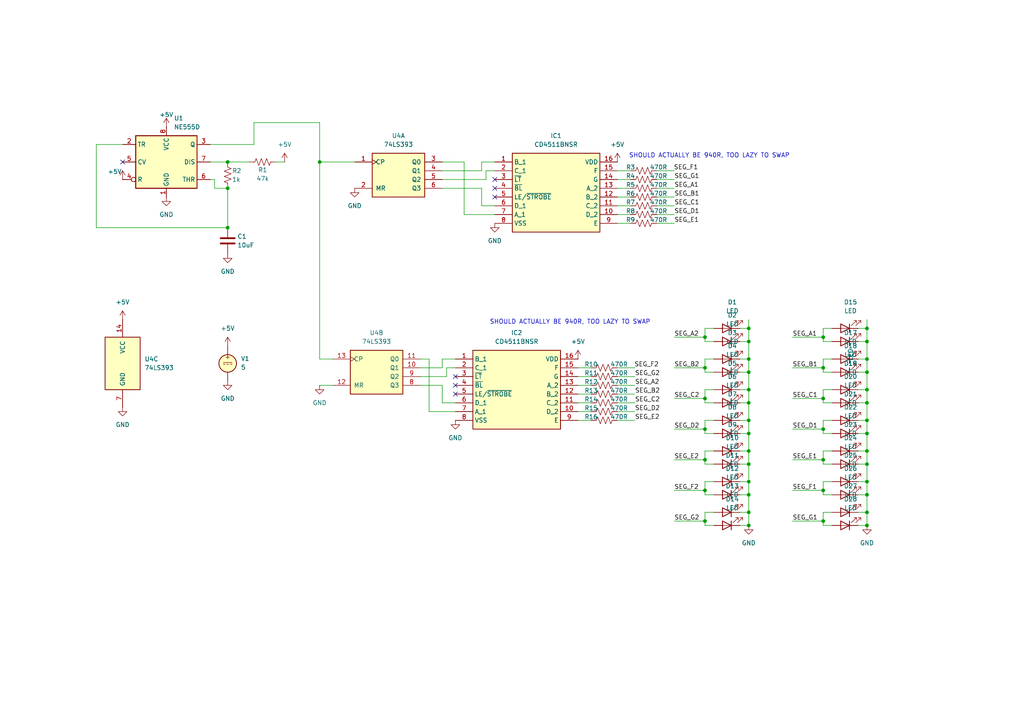
<source format=kicad_sch>
(kicad_sch (version 20250114) (generator "eeschema") (generator_version "9.0")
  (paper "A4")
  (lib_symbols
    (symbol "74xx:74LS393" (pin_names (offset 1.016))
      (property "Reference" "U" (at -7.62 8.89 0))
      (property "Value" "74LS393" (at -7.62 -8.89 0))
      (symbol "74LS393_1_0"
        (pin input clock (at -12.7 2.54 0) (length 5.08) (name "CP") (number "1"))
        (pin input line (at -12.7 -5.08 0) (length 5.08) (name "MR") (number "2"))
        (pin output line (at 12.7 2.54 180) (length 5.08) (name "Q0") (number "3"))
        (pin output line (at 12.7 0 180) (length 5.08) (name "Q1") (number "4"))
        (pin output line (at 12.7 -2.54 180) (length 5.08) (name "Q2") (number "5"))
        (pin output line (at 12.7 -5.08 180) (length 5.08) (name "Q3") (number "6"))
      )
      (symbol "74LS393_1_1"
        (rectangle (start -7.62 5.08) (end 7.62 -7.62) (stroke (width 0.254)) (fill (type background)))
      )
      (symbol "74LS393_2_0"
        (pin input clock (at -12.7 2.54 0) (length 5.08) (name "CP") (number "13"))
        (pin input line (at -12.7 -5.08 0) (length 5.08) (name "MR") (number "12"))
        (pin output line (at 12.7 2.54 180) (length 5.08) (name "Q0") (number "11"))
        (pin output line (at 12.7 0 180) (length 5.08) (name "Q1") (number "10"))
        (pin output line (at 12.7 -2.54 180) (length 5.08) (name "Q2") (number "9"))
        (pin output line (at 12.7 -5.08 180) (length 5.08) (name "Q3") (number "8"))
      )
      (symbol "74LS393_2_1"
        (rectangle (start -7.62 5.08) (end 7.62 -7.62) (stroke (width 0.254)) (fill (type background)))
      )
      (symbol "74LS393_3_0"
        (pin power_in line (at 0 12.7 270) (length 5.08) (name "VCC") (number "14"))
        (pin power_in line (at 0 -12.7 90) (length 5.08) (name "GND") (number "7"))
      )
      (symbol "74LS393_3_1"
        (rectangle (start -5.08 7.62) (end 5.08 -7.62) (stroke (width 0.254)) (fill (type background)))
      )
    )
    (symbol "CD4511BNSR:CD4511BNSR"
      (property "Reference" "IC" (at 31.75 7.62 0))
      (property "Value" "CD4511BNSR" (at 31.75 5.08 0))
      (symbol "CD4511BNSR_1_1"
        (rectangle (start 5.08 2.54) (end 30.48 -20.32) (stroke (width 0.254)) (fill (type background)))
        (pin passive line (at 0 0 0) (length 5.08) (name "B_1") (number "1"))
        (pin passive line (at 0 -2.54 0) (length 5.08) (name "C_1") (number "2"))
        (pin passive line (at 0 -5.08 0) (length 5.08) (name "~{LT}") (number "3"))
        (pin passive line (at 0 -7.62 0) (length 5.08) (name "~{BL}") (number "4"))
        (pin passive line (at 0 -10.16 0) (length 5.08) (name "LE/~{STROBE}") (number "5"))
        (pin passive line (at 0 -12.7 0) (length 5.08) (name "D_1") (number "6"))
        (pin passive line (at 0 -15.24 0) (length 5.08) (name "A_1") (number "7"))
        (pin passive line (at 0 -17.78 0) (length 5.08) (name "VSS") (number "8"))
        (pin passive line (at 35.56 0 180) (length 5.08) (name "VDD") (number "16"))
        (pin passive line (at 35.56 -2.54 180) (length 5.08) (name "F") (number "15"))
        (pin passive line (at 35.56 -5.08 180) (length 5.08) (name "G") (number "14"))
        (pin passive line (at 35.56 -7.62 180) (length 5.08) (name "A_2") (number "13"))
        (pin passive line (at 35.56 -10.16 180) (length 5.08) (name "B_2") (number "12"))
        (pin passive line (at 35.56 -12.7 180) (length 5.08) (name "C_2") (number "11"))
        (pin passive line (at 35.56 -15.24 180) (length 5.08) (name "D_2") (number "10"))
        (pin passive line (at 35.56 -17.78 180) (length 5.08) (name "E") (number "9"))
      )
    )
    (symbol "Device:C" (pin_numbers (hide yes)) (pin_names (offset 0.254))
      (property "Reference" "C" (at 0.635 2.54 0))
      (property "Value" "C" (at 0.635 -2.54 0))
      (symbol "C_0_1"
        (polyline (pts (xy -2.032 0.762) (xy 2.032 0.762)) (stroke (width 0.508)))
        (polyline (pts (xy -2.032 -0.762) (xy 2.032 -0.762)) (stroke (width 0.508)))
      )
      (symbol "C_1_1"
        (pin passive line (at 0 3.81 270) (length 2.794) (name "~") (number "1"))
        (pin passive line (at 0 -3.81 90) (length 2.794) (name "~") (number "2"))
      )
    )
    (symbol "Device:LED" (pin_numbers (hide yes)) (pin_names (offset 1.016) (hide yes))
      (property "Reference" "D" (at 0 2.54 0))
      (property "Value" "LED" (at 0 -2.54 0))
      (symbol "LED_0_1"
        (polyline (pts (xy -3.048 -0.762) (xy -4.572 -2.286) (xy -3.81 -2.286) (xy -4.572 -2.286) (xy -4.572 -1.524)))
        (polyline (pts (xy -1.778 -0.762) (xy -3.302 -2.286) (xy -2.54 -2.286) (xy -3.302 -2.286) (xy -3.302 -1.524)))
        (polyline (pts (xy -1.27 0) (xy 1.27 0)))
        (polyline (pts (xy -1.27 -1.27) (xy -1.27 1.27)) (stroke (width 0.254)))
        (polyline (pts (xy 1.27 -1.27) (xy 1.27 1.27) (xy -1.27 0) (xy 1.27 -1.27)) (stroke (width 0.254)))
      )
      (symbol "LED_1_1"
        (pin passive line (at -3.81 0 0) (length 2.54) (name "K") (number "1"))
        (pin passive line (at 3.81 0 180) (length 2.54) (name "A") (number "2"))
      )
    )
    (symbol "Device:R_US" (pin_numbers (hide yes)) (pin_names (offset 0))
      (property "Reference" "R" (at 2.54 0 90))
      (property "Value" "R_US" (at -2.54 0 90))
      (symbol "R_US_0_1"
        (polyline (pts (xy 0 2.286) (xy 1.016 1.905) (xy 0 1.524) (xy -1.016 1.143) (xy 0 0.762)))
        (polyline (pts (xy 0 2.286) (xy 0 2.54)))
        (polyline (pts (xy 0 0.762) (xy 1.016 0.381) (xy 0 0) (xy -1.016 -0.381) (xy 0 -0.762)))
        (polyline (pts (xy 0 -0.762) (xy 1.016 -1.143) (xy 0 -1.524) (xy -1.016 -1.905) (xy 0 -2.286)))
        (polyline (pts (xy 0 -2.286) (xy 0 -2.54)))
      )
      (symbol "R_US_1_1"
        (pin passive line (at 0 3.81 270) (length 1.27) (name "~") (number "1"))
        (pin passive line (at 0 -3.81 90) (length 1.27) (name "~") (number "2"))
      )
    )
    (symbol "Simulation_SPICE:VDC" (pin_numbers (hide yes)) (pin_names (offset 0.0254))
      (property "Reference" "V" (at 2.54 2.54 0))
      (property "Value" "1" (at 2.54 0 0))
      (symbol "VDC_0_0"
        (polyline (pts (xy -1.27 0.254) (xy 1.27 0.254)))
        (polyline (pts (xy -0.762 -0.254) (xy -1.27 -0.254)))
        (polyline (pts (xy 0.254 -0.254) (xy -0.254 -0.254)))
        (polyline (pts (xy 1.27 -0.254) (xy 0.762 -0.254)))
        (text "+" (at 0 1.905 0) (effects (font (size 1.27 1.27))))
      )
      (symbol "VDC_0_1"
        (circle (center 0 0) (radius 2.54) (stroke (width 0.254)) (fill (type background)))
      )
      (symbol "VDC_1_1"
        (pin passive line (at 0 5.08 270) (length 2.54) (name "~") (number "1"))
        (pin passive line (at 0 -5.08 90) (length 2.54) (name "~") (number "2"))
      )
    )
    (symbol "Timer:NE555D"
      (property "Reference" "U" (at -10.16 8.89 0))
      (property "Value" "NE555D" (at 2.54 8.89 0))
      (symbol "NE555D_0_0"
        (pin power_in line (at 0 10.16 270) (length 2.54) (name "VCC") (number "8"))
        (pin power_in line (at 0 -10.16 90) (length 2.54) (name "GND") (number "1"))
      )
      (symbol "NE555D_0_1"
        (rectangle (start -8.89 -7.62) (end 8.89 7.62) (stroke (width 0.254)) (fill (type background)))
        (rectangle (start -8.89 -7.62) (end 8.89 7.62) (stroke (width 0.254)) (fill (type background)))
      )
      (symbol "NE555D_1_1"
        (pin input line (at -12.7 5.08 0) (length 3.81) (name "TR") (number "2"))
        (pin input line (at -12.7 0 0) (length 3.81) (name "CV") (number "5"))
        (pin input inverted (at -12.7 -5.08 0) (length 3.81) (name "R") (number "4"))
        (pin output line (at 12.7 5.08 180) (length 3.81) (name "Q") (number "3"))
        (pin input line (at 12.7 0 180) (length 3.81) (name "DIS") (number "7"))
        (pin input line (at 12.7 -5.08 180) (length 3.81) (name "THR") (number "6"))
      )
    )
    (symbol "power:+5V" (power) (pin_numbers (hide yes)) (pin_names (offset 0) (hide yes))
      (property "Value" "+5V" (at 0 3.556 0))
      (symbol "+5V_0_1"
        (polyline (pts (xy -0.762 1.27) (xy 0 2.54)))
        (polyline (pts (xy 0 2.54) (xy 0.762 1.27)))
        (polyline (pts (xy 0 0) (xy 0 2.54)))
      )
      (symbol "+5V_1_1"
        (pin power_in line (at 0 0 90) (length 0) (name "~") (number "1"))
      )
    )
    (symbol "power:GND" (power) (pin_numbers (hide yes)) (pin_names (offset 0) (hide yes))
      (property "Value" "GND" (at 0 -3.81 0))
      (symbol "GND_0_1"
        (polyline (pts (xy 0 0) (xy 0 -1.27) (xy 1.27 -1.27) (xy 0 -2.54) (xy -1.27 -1.27) (xy 0 -1.27)))
      )
      (symbol "GND_1_1"
        (pin power_in line (at 0 0 270) (length 0) (name "~") (number "1"))
      )
    )
  )
  (text "SHOULD ACTUALLY BE 940R, TOO LAZY TO SWAP\n" (at 205.74 45.212 0) (effects (font (size 1.27 1.27))))
  (text "SHOULD ACTUALLY BE 940R, TOO LAZY TO SWAP\n" (at 165.354 93.472 0) (effects (font (size 1.27 1.27))))
  (junction (at 217.17 143.51))
  (junction (at 66.04 54.61))
  (junction (at 251.46 143.51))
  (junction (at 251.46 99.06))
  (junction (at 204.47 133.35))
  (junction (at 251.46 130.81))
  (junction (at 217.17 99.06))
  (junction (at 217.17 121.92))
  (junction (at 204.47 115.57))
  (junction (at 238.76 124.46))
  (junction (at 217.17 130.81))
  (junction (at 204.47 97.79))
  (junction (at 66.04 66.04))
  (junction (at 251.46 152.4))
  (junction (at 217.17 95.25))
  (junction (at 217.17 104.14))
  (junction (at 251.46 148.59))
  (junction (at 238.76 142.24))
  (junction (at 251.46 139.7))
  (junction (at 217.17 152.4))
  (junction (at 92.71 46.99))
  (junction (at 238.76 97.79))
  (junction (at 251.46 95.25))
  (junction (at 238.76 133.35))
  (junction (at 217.17 125.73))
  (junction (at 217.17 139.7))
  (junction (at 217.17 113.03))
  (junction (at 251.46 134.62))
  (junction (at 204.47 106.68))
  (junction (at 251.46 125.73))
  (junction (at 251.46 121.92))
  (junction (at 217.17 148.59))
  (junction (at 217.17 107.95))
  (junction (at 66.04 46.99))
  (junction (at 204.47 151.13))
  (junction (at 251.46 113.03))
  (junction (at 204.47 142.24))
  (junction (at 238.76 115.57))
  (junction (at 251.46 107.95))
  (junction (at 251.46 104.14))
  (junction (at 251.46 116.84))
  (junction (at 204.47 124.46))
  (junction (at 238.76 106.68))
  (junction (at 238.76 151.13))
  (junction (at 217.17 134.62))
  (junction (at 217.17 116.84))
  (no_connect (at 132.08 114.3))
  (no_connect (at 143.51 52.07))
  (no_connect (at 132.08 111.76))
  (no_connect (at 143.51 54.61))
  (no_connect (at 143.51 57.15))
  (no_connect (at 132.08 109.22))
  (no_connect (at 35.56 46.99))
  (wire (pts (xy 179.07 121.92) (xy 184.15 121.92)))
  (wire (pts (xy 190.5 64.77) (xy 195.58 64.77)))
  (wire (pts (xy 195.58 124.46) (xy 204.47 124.46)))
  (wire (pts (xy 179.07 114.3) (xy 184.15 114.3)))
  (wire (pts (xy 27.94 66.04) (xy 27.94 41.91)))
  (wire (pts (xy 128.27 111.76) (xy 128.27 116.84)))
  (wire (pts (xy 248.92 148.59) (xy 251.46 148.59)))
  (wire (pts (xy 238.76 115.57) (xy 238.76 116.84)))
  (wire (pts (xy 66.04 46.99) (xy 72.39 46.99)))
  (wire (pts (xy 204.47 134.62) (xy 207.01 134.62)))
  (wire (pts (xy 195.58 142.24) (xy 204.47 142.24)))
  (wire (pts (xy 60.96 52.07) (xy 62.23 52.07)))
  (wire (pts (xy 179.07 62.23) (xy 182.88 62.23)))
  (wire (pts (xy 251.46 104.14) (xy 251.46 107.95)))
  (wire (pts (xy 217.17 143.51) (xy 217.17 148.59)))
  (wire (pts (xy 121.92 111.76) (xy 128.27 111.76)))
  (wire (pts (xy 214.63 134.62) (xy 217.17 134.62)))
  (wire (pts (xy 167.64 119.38) (xy 171.45 119.38)))
  (wire (pts (xy 217.17 152.4) (xy 214.63 152.4)))
  (wire (pts (xy 121.92 104.14) (xy 124.46 104.14)))
  (wire (pts (xy 238.76 115.57) (xy 238.76 113.03)))
  (wire (pts (xy 238.76 151.13) (xy 238.76 152.4)))
  (wire (pts (xy 248.92 99.06) (xy 251.46 99.06)))
  (wire (pts (xy 238.76 121.92) (xy 241.3 121.92)))
  (wire (pts (xy 204.47 133.35) (xy 204.47 130.81)))
  (wire (pts (xy 204.47 124.46) (xy 204.47 125.73)))
  (wire (pts (xy 251.46 92.71) (xy 251.46 95.25)))
  (wire (pts (xy 96.52 111.76) (xy 92.71 111.76)))
  (wire (pts (xy 238.76 106.68) (xy 238.76 107.95)))
  (wire (pts (xy 204.47 151.13) (xy 204.47 148.59)))
  (wire (pts (xy 128.27 49.53) (xy 139.7 49.53)))
  (wire (pts (xy 179.07 57.15) (xy 182.88 57.15)))
  (wire (pts (xy 167.64 111.76) (xy 171.45 111.76)))
  (wire (pts (xy 179.07 106.68) (xy 184.15 106.68)))
  (wire (pts (xy 214.63 107.95) (xy 217.17 107.95)))
  (wire (pts (xy 248.92 95.25) (xy 251.46 95.25)))
  (wire (pts (xy 179.07 111.76) (xy 184.15 111.76)))
  (wire (pts (xy 190.5 52.07) (xy 195.58 52.07)))
  (wire (pts (xy 139.7 46.99) (xy 143.51 46.99)))
  (wire (pts (xy 251.46 134.62) (xy 251.46 139.7)))
  (wire (pts (xy 238.76 107.95) (xy 241.3 107.95)))
  (wire (pts (xy 217.17 104.14) (xy 217.17 107.95)))
  (wire (pts (xy 190.5 49.53) (xy 195.58 49.53)))
  (wire (pts (xy 182.88 49.53) (xy 179.07 49.53)))
  (wire (pts (xy 195.58 106.68) (xy 204.47 106.68)))
  (wire (pts (xy 229.87 142.24) (xy 238.76 142.24)))
  (wire (pts (xy 238.76 124.46) (xy 238.76 125.73)))
  (wire (pts (xy 204.47 124.46) (xy 204.47 121.92)))
  (wire (pts (xy 204.47 95.25) (xy 207.01 95.25)))
  (wire (pts (xy 251.46 107.95) (xy 251.46 113.03)))
  (wire (pts (xy 139.7 54.61) (xy 139.7 59.69)))
  (wire (pts (xy 238.76 143.51) (xy 241.3 143.51)))
  (wire (pts (xy 140.97 49.53) (xy 143.51 49.53)))
  (wire (pts (xy 204.47 106.68) (xy 204.47 107.95)))
  (wire (pts (xy 217.17 95.25) (xy 217.17 99.06)))
  (wire (pts (xy 229.87 106.68) (xy 238.76 106.68)))
  (wire (pts (xy 214.63 143.51) (xy 217.17 143.51)))
  (wire (pts (xy 238.76 97.79) (xy 238.76 99.06)))
  (wire (pts (xy 204.47 142.24) (xy 204.47 143.51)))
  (wire (pts (xy 238.76 134.62) (xy 241.3 134.62)))
  (wire (pts (xy 238.76 142.24) (xy 238.76 139.7)))
  (wire (pts (xy 204.47 125.73) (xy 207.01 125.73)))
  (wire (pts (xy 128.27 52.07) (xy 140.97 52.07)))
  (wire (pts (xy 204.47 115.57) (xy 204.47 113.03)))
  (wire (pts (xy 248.92 143.51) (xy 251.46 143.51)))
  (wire (pts (xy 134.62 62.23) (xy 143.51 62.23)))
  (wire (pts (xy 229.87 115.57) (xy 238.76 115.57)))
  (wire (pts (xy 204.47 106.68) (xy 204.47 104.14)))
  (wire (pts (xy 238.76 148.59) (xy 241.3 148.59)))
  (wire (pts (xy 204.47 104.14) (xy 207.01 104.14)))
  (wire (pts (xy 214.63 130.81) (xy 217.17 130.81)))
  (wire (pts (xy 204.47 99.06) (xy 207.01 99.06)))
  (wire (pts (xy 171.45 106.68) (xy 167.64 106.68)))
  (wire (pts (xy 214.63 139.7) (xy 217.17 139.7)))
  (wire (pts (xy 195.58 97.79) (xy 204.47 97.79)))
  (wire (pts (xy 167.64 121.92) (xy 171.45 121.92)))
  (wire (pts (xy 214.63 116.84) (xy 217.17 116.84)))
  (wire (pts (xy 229.87 151.13) (xy 238.76 151.13)))
  (wire (pts (xy 229.87 133.35) (xy 238.76 133.35)))
  (wire (pts (xy 248.92 107.95) (xy 251.46 107.95)))
  (wire (pts (xy 251.46 130.81) (xy 251.46 134.62)))
  (wire (pts (xy 217.17 125.73) (xy 214.63 125.73)))
  (wire (pts (xy 214.63 95.25) (xy 217.17 95.25)))
  (wire (pts (xy 214.63 99.06) (xy 217.17 99.06)))
  (wire (pts (xy 251.46 99.06) (xy 251.46 104.14)))
  (wire (pts (xy 124.46 119.38) (xy 132.08 119.38)))
  (wire (pts (xy 204.47 142.24) (xy 204.47 139.7)))
  (wire (pts (xy 217.17 107.95) (xy 217.17 113.03)))
  (wire (pts (xy 229.87 124.46) (xy 238.76 124.46)))
  (wire (pts (xy 204.47 115.57) (xy 204.47 116.84)))
  (wire (pts (xy 92.71 104.14) (xy 96.52 104.14)))
  (wire (pts (xy 238.76 106.68) (xy 238.76 104.14)))
  (wire (pts (xy 73.66 41.91) (xy 73.66 35.56)))
  (wire (pts (xy 92.71 46.99) (xy 92.71 104.14)))
  (wire (pts (xy 190.5 57.15) (xy 195.58 57.15)))
  (wire (pts (xy 62.23 52.07) (xy 62.23 54.61)))
  (wire (pts (xy 204.47 148.59) (xy 207.01 148.59)))
  (wire (pts (xy 121.92 106.68) (xy 128.27 106.68)))
  (wire (pts (xy 238.76 151.13) (xy 238.76 148.59)))
  (wire (pts (xy 238.76 133.35) (xy 238.76 134.62)))
  (wire (pts (xy 128.27 54.61) (xy 139.7 54.61)))
  (wire (pts (xy 248.92 139.7) (xy 251.46 139.7)))
  (wire (pts (xy 204.47 139.7) (xy 207.01 139.7)))
  (wire (pts (xy 251.46 148.59) (xy 251.46 152.4)))
  (wire (pts (xy 129.54 106.68) (xy 132.08 106.68)))
  (wire (pts (xy 217.17 139.7) (xy 217.17 143.51)))
  (wire (pts (xy 214.63 148.59) (xy 217.17 148.59)))
  (wire (pts (xy 139.7 49.53) (xy 139.7 46.99)))
  (wire (pts (xy 179.07 54.61) (xy 182.88 54.61)))
  (wire (pts (xy 248.92 134.62) (xy 251.46 134.62)))
  (wire (pts (xy 251.46 143.51) (xy 251.46 148.59)))
  (wire (pts (xy 248.92 104.14) (xy 251.46 104.14)))
  (wire (pts (xy 217.17 148.59) (xy 217.17 152.4)))
  (wire (pts (xy 238.76 139.7) (xy 241.3 139.7)))
  (wire (pts (xy 251.46 121.92) (xy 251.46 125.73)))
  (wire (pts (xy 66.04 54.61) (xy 66.04 66.04)))
  (wire (pts (xy 214.63 121.92) (xy 217.17 121.92)))
  (wire (pts (xy 92.71 35.56) (xy 92.71 46.99)))
  (wire (pts (xy 204.47 152.4) (xy 207.01 152.4)))
  (wire (pts (xy 134.62 46.99) (xy 134.62 62.23)))
  (wire (pts (xy 182.88 52.07) (xy 179.07 52.07)))
  (wire (pts (xy 248.92 121.92) (xy 251.46 121.92)))
  (wire (pts (xy 179.07 64.77) (xy 182.88 64.77)))
  (wire (pts (xy 251.46 125.73) (xy 251.46 130.81)))
  (wire (pts (xy 129.54 109.22) (xy 129.54 106.68)))
  (wire (pts (xy 238.76 116.84) (xy 241.3 116.84)))
  (wire (pts (xy 128.27 104.14) (xy 132.08 104.14)))
  (wire (pts (xy 217.17 125.73) (xy 217.17 130.81)))
  (wire (pts (xy 66.04 66.04) (xy 27.94 66.04)))
  (wire (pts (xy 251.46 116.84) (xy 251.46 121.92)))
  (wire (pts (xy 204.47 97.79) (xy 204.47 99.06)))
  (wire (pts (xy 190.5 54.61) (xy 195.58 54.61)))
  (wire (pts (xy 128.27 46.99) (xy 134.62 46.99)))
  (wire (pts (xy 190.5 59.69) (xy 195.58 59.69)))
  (wire (pts (xy 217.17 116.84) (xy 217.17 121.92)))
  (wire (pts (xy 204.47 116.84) (xy 207.01 116.84)))
  (wire (pts (xy 73.66 35.56) (xy 92.71 35.56)))
  (wire (pts (xy 238.76 133.35) (xy 238.76 130.81)))
  (wire (pts (xy 204.47 130.81) (xy 207.01 130.81)))
  (wire (pts (xy 60.96 46.99) (xy 66.04 46.99)))
  (wire (pts (xy 238.76 104.14) (xy 241.3 104.14)))
  (wire (pts (xy 238.76 142.24) (xy 238.76 143.51)))
  (wire (pts (xy 248.92 116.84) (xy 251.46 116.84)))
  (wire (pts (xy 217.17 134.62) (xy 217.17 139.7)))
  (wire (pts (xy 167.64 116.84) (xy 171.45 116.84)))
  (wire (pts (xy 195.58 115.57) (xy 204.47 115.57)))
  (wire (pts (xy 179.07 109.22) (xy 184.15 109.22)))
  (wire (pts (xy 229.87 97.79) (xy 238.76 97.79)))
  (wire (pts (xy 251.46 113.03) (xy 251.46 116.84)))
  (wire (pts (xy 217.17 99.06) (xy 217.17 104.14)))
  (wire (pts (xy 238.76 99.06) (xy 241.3 99.06)))
  (wire (pts (xy 248.92 130.81) (xy 251.46 130.81)))
  (wire (pts (xy 217.17 130.81) (xy 217.17 134.62)))
  (wire (pts (xy 128.27 106.68) (xy 128.27 104.14)))
  (wire (pts (xy 204.47 97.79) (xy 204.47 95.25)))
  (wire (pts (xy 140.97 52.07) (xy 140.97 49.53)))
  (wire (pts (xy 251.46 125.73) (xy 248.92 125.73)))
  (wire (pts (xy 121.92 109.22) (xy 129.54 109.22)))
  (wire (pts (xy 238.76 113.03) (xy 241.3 113.03)))
  (wire (pts (xy 214.63 113.03) (xy 217.17 113.03)))
  (wire (pts (xy 179.07 119.38) (xy 184.15 119.38)))
  (wire (pts (xy 204.47 151.13) (xy 204.47 152.4)))
  (wire (pts (xy 217.17 113.03) (xy 217.17 116.84)))
  (wire (pts (xy 238.76 124.46) (xy 238.76 121.92)))
  (wire (pts (xy 204.47 113.03) (xy 207.01 113.03)))
  (wire (pts (xy 251.46 139.7) (xy 251.46 143.51)))
  (wire (pts (xy 204.47 107.95) (xy 207.01 107.95)))
  (wire (pts (xy 204.47 121.92) (xy 207.01 121.92)))
  (wire (pts (xy 27.94 41.91) (xy 35.56 41.91)))
  (wire (pts (xy 238.76 95.25) (xy 241.3 95.25)))
  (wire (pts (xy 167.64 114.3) (xy 171.45 114.3)))
  (wire (pts (xy 82.55 46.99) (xy 80.01 46.99)))
  (wire (pts (xy 238.76 130.81) (xy 241.3 130.81)))
  (wire (pts (xy 251.46 95.25) (xy 251.46 99.06)))
  (wire (pts (xy 179.07 116.84) (xy 184.15 116.84)))
  (wire (pts (xy 204.47 143.51) (xy 207.01 143.51)))
  (wire (pts (xy 139.7 59.69) (xy 143.51 59.69)))
  (wire (pts (xy 128.27 116.84) (xy 132.08 116.84)))
  (wire (pts (xy 195.58 151.13) (xy 204.47 151.13)))
  (wire (pts (xy 92.71 46.99) (xy 102.87 46.99)))
  (wire (pts (xy 238.76 152.4) (xy 241.3 152.4)))
  (wire (pts (xy 124.46 104.14) (xy 124.46 119.38)))
  (wire (pts (xy 195.58 133.35) (xy 204.47 133.35)))
  (wire (pts (xy 238.76 97.79) (xy 238.76 95.25)))
  (wire (pts (xy 217.17 121.92) (xy 217.17 125.73)))
  (wire (pts (xy 214.63 104.14) (xy 217.17 104.14)))
  (wire (pts (xy 248.92 113.03) (xy 251.46 113.03)))
  (wire (pts (xy 171.45 109.22) (xy 167.64 109.22)))
  (wire (pts (xy 62.23 54.61) (xy 66.04 54.61)))
  (wire (pts (xy 204.47 133.35) (xy 204.47 134.62)))
  (wire (pts (xy 60.96 41.91) (xy 73.66 41.91)))
  (wire (pts (xy 190.5 62.23) (xy 195.58 62.23)))
  (wire (pts (xy 251.46 152.4) (xy 248.92 152.4)))
  (wire (pts (xy 217.17 92.71) (xy 217.17 95.25)))
  (wire (pts (xy 238.76 125.73) (xy 241.3 125.73)))
  (wire (pts (xy 179.07 59.69) (xy 182.88 59.69)))
  (label "SEG_B2" (at 195.58 106.68 0))
  (label "SEG_F2" (at 183.9864 106.68 0))
  (label "SEG_G2" (at 195.58 151.13 0))
  (label "SEG_E2" (at 184.15 121.92 0))
  (label "SEG_C1" (at 229.87 115.57 0))
  (label "SEG_A2" (at 184.15 111.76 0))
  (label "SEG_E2" (at 195.58 133.35 0))
  (label "SEG_A2" (at 195.58 97.79 0))
  (label "SEG_E1" (at 229.87 133.35 0))
  (label "SEG_G1" (at 195.58 52.07 0))
  (label "SEG_E1" (at 195.58 64.77 0))
  (label "SEG_F2" (at 195.58 142.24 0))
  (label "SEG_F1" (at 195.4164 49.53 0))
  (label "SEG_A1" (at 195.58 54.61 0))
  (label "SEG_D1" (at 195.58 62.23 0))
  (label "SEG_G2" (at 184.15 109.22 0))
  (label "SEG_C2" (at 184.15 116.84 0))
  (label "SEG_F1" (at 229.87 142.24 0))
  (label "SEG_D2" (at 195.58 124.46 0))
  (label "SEG_C1" (at 195.58 59.69 0))
  (label "SEG_A1" (at 229.87 97.79 0))
  (label "SEG_B1" (at 229.87 106.68 0))
  (label "SEG_G1" (at 229.87 151.13 0))
  (label "SEG_B2" (at 184.15 114.3 0))
  (label "SEG_C2" (at 195.58 115.57 0))
  (label "SEG_D1" (at 229.87 124.46 0))
  (label "SEG_B1" (at 195.58 57.15 0))
  (label "SEG_D2" (at 184.15 119.38 0))
  (symbol (lib_id "power:+5V") (at 66.04 100.33 0) (unit 1)
    (property "Reference" "#PWR010" (effects (hide yes)))
    (property "Value" "+5V" (at 66.04 95.25 0))
    (property "Description" "Power symbol creates a global label with name \"+5V\"" (effects (hide yes)))
  )
  (symbol (lib_id "74xx:74LS393") (at 35.56 105.41 0) (unit 3)
    (property "Reference" "U4" (at 41.91 104.1399 0) (effects (justify left)))
    (property "Value" "74LS393" (at 41.91 106.6799 0) (effects (justify left)))
    (property "Footprint" "Package_DIP:DIP-14_W7.62mm_SMDSocket_SmallPads" (effects (hide yes)))
    (property "Datasheet" "74xx\\74LS393.pdf" (effects (hide yes)))
    (property "Description" "Dual BCD 4-bit counter" (effects (hide yes)))
  )
  (symbol (lib_id "Device:LED") (at 245.11 95.25 180) (unit 1)
    (property "Reference" "D15" (at 246.6975 87.63 0))
    (property "Value" "LED" (at 246.6975 90.17 0))
    (property "Footprint" "Diode_SMD:D_0805_2012Metric" (effects (hide yes)))
    (property "Description" "Light emitting diode" (effects (hide yes)))
  )
  (symbol (lib_id "power:+5V") (at 167.64 104.14 0) (unit 1)
    (property "Reference" "#PWR017" (effects (hide yes)))
    (property "Value" "+5V" (at 167.64 99.06 0))
    (property "Description" "Power symbol creates a global label with name \"+5V\"" (effects (hide yes)))
  )
  (symbol (lib_id "Device:R_US") (at 175.26 106.68 90) (unit 1)
    (property "Reference" "R10" (at 171.45 105.664 90))
    (property "Value" "470R" (at 179.578 105.664 90))
    (property "Footprint" "Capacitor_SMD:C_1206_3216Metric" (effects (hide yes)))
    (property "Description" "Resistor, US symbol" (effects (hide yes)))
  )
  (symbol (lib_id "power:GND") (at 66.04 73.66 0) (unit 1)
    (property "Reference" "#PWR05" (effects (hide yes)))
    (property "Value" "GND" (at 66.04 78.74 0))
    (property "Description" "Power symbol creates a global label with name \"GND\" , ground" (effects (hide yes)))
  )
  (symbol (lib_id "Device:R_US") (at 175.26 119.38 90) (unit 1)
    (property "Reference" "R15" (at 171.45 118.364 90))
    (property "Value" "470R" (at 179.578 118.364 90))
    (property "Footprint" "Capacitor_SMD:C_1206_3216Metric" (effects (hide yes)))
    (property "Description" "Resistor, US symbol" (effects (hide yes)))
  )
  (symbol (lib_id "Device:LED") (at 210.82 148.59 180) (unit 1)
    (property "Reference" "D13" (at 212.4075 140.97 0))
    (property "Value" "LED" (at 212.4075 143.51 0))
    (property "Footprint" "Diode_SMD:D_0402_1005Metric" (effects (hide yes)))
    (property "Description" "Light emitting diode" (effects (hide yes)))
  )
  (symbol (lib_id "74xx:74LS393") (at 109.22 106.68 0) (unit 2)
    (property "Reference" "U4" (at 109.22 96.52 0))
    (property "Value" "74LS393" (at 109.22 99.06 0))
    (property "Footprint" "Package_DIP:DIP-14_W7.62mm_SMDSocket_SmallPads" (effects (hide yes)))
    (property "Datasheet" "74xx\\74LS393.pdf" (effects (hide yes)))
    (property "Description" "Dual BCD 4-bit counter" (effects (hide yes)))
  )
  (symbol (lib_id "CD4511BNSR:CD4511BNSR") (at 143.51 46.99 0) (unit 1)
    (property "Reference" "IC1" (at 161.29 39.37 0))
    (property "Value" "CD4511BNSR" (at 161.29 41.91 0))
    (property "Footprint" "KiCad:SOIC127P780X200-16N" (effects (hide yes)))
    (property "Datasheet" "http://www.ti.com/lit/gpn/cd4511b" (effects (hide yes)))
    (property "Description" "CMOS BCD-to-7-Segment LED Latch Decoder Drivers" (effects (hide yes)))
    (property "Height" "2" (effects (hide yes)))
    (property "Manufacturer_Name" "Texas Instruments" (effects (hide yes)))
    (property "Manufacturer_Part_Number" "CD4511BNSR" (effects (hide yes)))
    (property "Mouser Part Number" "595-CD4511BNSR" (effects (hide yes)))
    (property "Mouser Price/Stock" "https://www.mouser.co.uk/ProductDetail/Texas-Instruments/CD4511BNSR?qs=ZA235jQDfboI6gJbeV3XlQ%3D%3D" (effects (hide yes)))
    (property "Arrow Part Number" "CD4511BNSR" (effects (hide yes)))
    (property "Arrow Price/Stock" "https://www.arrow.com/en/products/cd4511bnsr/texas-instruments?region=nac" (effects (hide yes)))
  )
  (symbol (lib_id "Device:LED") (at 210.82 104.14 180) (unit 1)
    (property "Reference" "D3" (at 212.4075 96.52 0))
    (property "Value" "LED" (at 212.4075 99.06 0))
    (property "Footprint" "Diode_SMD:D_0402_1005Metric" (effects (hide yes)))
    (property "Description" "Light emitting diode" (effects (hide yes)))
  )
  (symbol (lib_id "power:GND") (at 132.08 121.92 0) (unit 1)
    (property "Reference" "#PWR015" (effects (hide yes)))
    (property "Value" "GND" (at 132.08 127 0))
    (property "Description" "Power symbol creates a global label with name \"GND\" , ground" (effects (hide yes)))
  )
  (symbol (lib_id "Device:R_US") (at 175.26 109.22 90) (unit 1)
    (property "Reference" "R11" (at 171.45 108.204 90))
    (property "Value" "470R" (at 179.578 108.204 90))
    (property "Footprint" "Capacitor_SMD:C_1206_3216Metric" (effects (hide yes)))
    (property "Description" "Resistor, US symbol" (effects (hide yes)))
  )
  (symbol (lib_id "Device:R_US") (at 175.26 121.92 90) (unit 1)
    (property "Reference" "R16" (at 171.45 120.904 90))
    (property "Value" "470R" (at 179.578 120.904 90))
    (property "Footprint" "Capacitor_SMD:C_1206_3216Metric" (effects (hide yes)))
    (property "Description" "Resistor, US symbol" (effects (hide yes)))
  )
  (symbol (lib_id "Device:C") (at 66.04 69.85 0) (unit 1)
    (property "Reference" "C1" (at 68.834 68.58 0) (effects (justify left)))
    (property "Value" "10uF" (at 68.834 71.12 0) (effects (justify left)))
    (property "Footprint" "Capacitor_SMD:C_1206_3216Metric" (effects (hide yes)))
    (property "Description" "Unpolarized capacitor" (effects (hide yes)))
  )
  (symbol (lib_id "power:GND") (at 217.17 152.4 0) (unit 1)
    (property "Reference" "#PWR012" (effects (hide yes)))
    (property "Value" "GND" (at 217.17 157.48 0))
    (property "Description" "Power symbol creates a global label with name \"GND\" , ground" (effects (hide yes)))
  )
  (symbol (lib_id "power:GND") (at 48.26 57.15 0) (unit 1)
    (property "Reference" "#PWR02" (effects (hide yes)))
    (property "Value" "GND" (at 48.26 62.23 0))
    (property "Description" "Power symbol creates a global label with name \"GND\" , ground" (effects (hide yes)))
  )
  (symbol (lib_id "Device:LED") (at 245.11 113.03 180) (unit 1)
    (property "Reference" "D19" (at 246.6975 105.41 0))
    (property "Value" "LED" (at 246.6975 107.95 0))
    (property "Footprint" "Diode_SMD:D_0805_2012Metric" (effects (hide yes)))
    (property "Description" "Light emitting diode" (effects (hide yes)))
  )
  (symbol (lib_id "Device:R_US") (at 175.26 116.84 90) (unit 1)
    (property "Reference" "R14" (at 171.45 115.824 90))
    (property "Value" "470R" (at 179.578 115.824 90))
    (property "Footprint" "Capacitor_SMD:C_1206_3216Metric" (effects (hide yes)))
    (property "Description" "Resistor, US symbol" (effects (hide yes)))
  )
  (symbol (lib_id "Device:LED") (at 245.11 99.06 180) (unit 1)
    (property "Reference" "D16" (at 246.6975 105.41 0))
    (property "Value" "LED" (at 246.6975 102.87 90))
    (property "Footprint" "Diode_SMD:D_1206_3216Metric" (effects (hide yes)))
    (property "Description" "Light emitting diode" (effects (hide yes)))
  )
  (symbol (lib_id "power:+5V") (at 82.55 46.99 0) (unit 1)
    (property "Reference" "#PWR04" (effects (hide yes)))
    (property "Value" "+5V" (at 82.55 41.91 0))
    (property "Description" "Power symbol creates a global label with name \"+5V\"" (effects (hide yes)))
  )
  (symbol (lib_id "power:GND") (at 92.71 111.76 0) (unit 1)
    (property "Reference" "#PWR07" (effects (hide yes)))
    (property "Value" "GND" (at 92.71 116.84 0))
    (property "Description" "Power symbol creates a global label with name \"GND\" , ground" (effects (hide yes)))
  )
  (symbol (lib_id "Device:LED") (at 210.82 99.06 180) (unit 1)
    (property "Reference" "D2" (at 212.4075 91.44 0))
    (property "Value" "LED" (at 212.4075 93.98 0))
    (property "Footprint" "Diode_SMD:D_0603_1608Metric" (effects (hide yes)))
    (property "Description" "Light emitting diode" (effects (hide yes)))
  )
  (symbol (lib_id "power:GND") (at 102.87 54.61 0) (unit 1)
    (property "Reference" "#PWR06" (effects (hide yes)))
    (property "Value" "GND" (at 102.87 59.69 0))
    (property "Description" "Power symbol creates a global label with name \"GND\" , ground" (effects (hide yes)))
  )
  (symbol (lib_id "Device:LED") (at 245.11 116.84 180) (unit 1)
    (property "Reference" "D20" (at 246.6975 109.22 0))
    (property "Value" "LED" (at 246.6975 111.76 0))
    (property "Footprint" "Diode_SMD:D_1206_3216Metric" (effects (hide yes)))
    (property "Description" "Light emitting diode" (effects (hide yes)))
  )
  (symbol (lib_id "power:GND") (at 35.56 118.11 0) (unit 1)
    (property "Reference" "#PWR014" (effects (hide yes)))
    (property "Value" "GND" (at 35.56 123.19 0))
    (property "Description" "Power symbol creates a global label with name \"GND\" , ground" (effects (hide yes)))
  )
  (symbol (lib_id "Device:R_US") (at 186.69 59.69 90) (unit 1)
    (property "Reference" "R7" (at 182.88 58.674 90))
    (property "Value" "470R" (at 191.008 58.674 90))
    (property "Footprint" "Capacitor_SMD:C_1206_3216Metric" (effects (hide yes)))
    (property "Description" "Resistor, US symbol" (effects (hide yes)))
  )
  (symbol (lib_id "Device:LED") (at 210.82 125.73 180) (unit 1)
    (property "Reference" "D8" (at 212.4075 118.11 0))
    (property "Value" "LED" (at 212.4075 120.65 0))
    (property "Footprint" "Diode_SMD:D_0603_1608Metric" (effects (hide yes)))
    (property "Description" "Light emitting diode" (effects (hide yes)))
  )
  (symbol (lib_id "Device:LED") (at 210.82 152.4 180) (unit 1)
    (property "Reference" "D14" (at 212.4075 144.78 0))
    (property "Value" "LED" (at 212.4075 147.32 0))
    (property "Footprint" "Diode_SMD:D_0603_1608Metric" (effects (hide yes)))
    (property "Description" "Light emitting diode" (effects (hide yes)))
  )
  (symbol (lib_id "Device:LED") (at 210.82 116.84 180) (unit 1)
    (property "Reference" "D6" (at 212.4075 109.22 0))
    (property "Value" "LED" (at 212.4075 111.76 0))
    (property "Footprint" "Diode_SMD:D_0603_1608Metric" (effects (hide yes)))
    (property "Description" "Light emitting diode" (effects (hide yes)))
  )
  (symbol (lib_id "Device:R_US") (at 186.69 64.77 90) (unit 1)
    (property "Reference" "R9" (at 182.88 63.754 90))
    (property "Value" "470R" (at 191.008 63.754 90))
    (property "Footprint" "Capacitor_SMD:C_1206_3216Metric" (effects (hide yes)))
    (property "Description" "Resistor, US symbol" (effects (hide yes)))
  )
  (symbol (lib_id "Device:LED") (at 245.11 134.62 180) (unit 1)
    (property "Reference" "D24" (at 246.6975 127 0))
    (property "Value" "LED" (at 246.6975 129.54 0))
    (property "Footprint" "Diode_SMD:D_1206_3216Metric" (effects (hide yes)))
    (property "Description" "Light emitting diode" (effects (hide yes)))
  )
  (symbol (lib_id "Timer:NE555D") (at 48.26 46.99 0) (unit 1)
    (property "Reference" "U1" (at 50.4541 34.29 0) (effects (justify left)))
    (property "Value" "NE555D" (at 50.4541 36.83 0) (effects (justify left)))
    (property "Footprint" "Package_SO:SOIC-8_3.9x4.9mm_P1.27mm" (effects (hide yes)))
    (property "Datasheet" "http://www.ti.com/lit/ds/symlink/ne555.pdf" (effects (hide yes)))
    (property "Description" "Precision Timers, 555 compatible, SOIC-8" (effects (hide yes)))
  )
  (symbol (lib_id "Device:LED") (at 245.11 121.92 180) (unit 1)
    (property "Reference" "D21" (at 246.6975 114.3 0))
    (property "Value" "LED" (at 246.6975 116.84 0))
    (property "Footprint" "Diode_SMD:D_0805_2012Metric" (effects (hide yes)))
    (property "Description" "Light emitting diode" (effects (hide yes)))
  )
  (symbol (lib_id "power:+5V") (at 35.56 92.71 0) (unit 1)
    (property "Reference" "#PWR08" (effects (hide yes)))
    (property "Value" "+5V" (at 35.56 87.63 0))
    (property "Description" "Power symbol creates a global label with name \"+5V\"" (effects (hide yes)))
  )
  (symbol (lib_id "Device:R_US") (at 175.26 111.76 90) (unit 1)
    (property "Reference" "R12" (at 171.45 110.744 90))
    (property "Value" "470R" (at 179.578 110.744 90))
    (property "Footprint" "Capacitor_SMD:C_1206_3216Metric" (effects (hide yes)))
    (property "Description" "Resistor, US symbol" (effects (hide yes)))
  )
  (symbol (lib_id "Device:R_US") (at 186.69 57.15 90) (unit 1)
    (property "Reference" "R6" (at 182.88 56.134 90))
    (property "Value" "470R" (at 191.008 56.134 90))
    (property "Footprint" "Capacitor_SMD:C_1206_3216Metric" (effects (hide yes)))
    (property "Description" "Resistor, US symbol" (effects (hide yes)))
  )
  (symbol (lib_id "CD4511BNSR:CD4511BNSR") (at 132.08 104.14 0) (unit 1)
    (property "Reference" "IC2" (at 149.86 96.52 0))
    (property "Value" "CD4511BNSR" (at 149.86 99.06 0))
    (property "Footprint" "KiCad:SOIC127P780X200-16N" (effects (hide yes)))
    (property "Datasheet" "http://www.ti.com/lit/gpn/cd4511b" (effects (hide yes)))
    (property "Description" "CMOS BCD-to-7-Segment LED Latch Decoder Drivers" (effects (hide yes)))
    (property "Height" "2" (effects (hide yes)))
    (property "Manufacturer_Name" "Texas Instruments" (effects (hide yes)))
    (property "Manufacturer_Part_Number" "CD4511BNSR" (effects (hide yes)))
    (property "Mouser Part Number" "595-CD4511BNSR" (effects (hide yes)))
    (property "Mouser Price/Stock" "https://www.mouser.co.uk/ProductDetail/Texas-Instruments/CD4511BNSR?qs=ZA235jQDfboI6gJbeV3XlQ%3D%3D" (effects (hide yes)))
    (property "Arrow Part Number" "CD4511BNSR" (effects (hide yes)))
    (property "Arrow Price/Stock" "https://www.arrow.com/en/products/cd4511bnsr/texas-instruments?region=nac" (effects (hide yes)))
  )
  (symbol (lib_id "Device:LED") (at 245.11 148.59 180) (unit 1)
    (property "Reference" "D27" (at 246.6975 140.97 0))
    (property "Value" "LED" (at 246.6975 143.51 0))
    (property "Footprint" "Diode_SMD:D_0805_2012Metric" (effects (hide yes)))
    (property "Description" "Light emitting diode" (effects (hide yes)))
  )
  (symbol (lib_id "Device:LED") (at 245.11 104.14 180) (unit 1)
    (property "Reference" "D17" (at 246.6975 96.52 0))
    (property "Value" "LED" (at 246.6975 99.06 0))
    (property "Footprint" "Diode_SMD:D_0805_2012Metric" (effects (hide yes)))
    (property "Description" "Light emitting diode" (effects (hide yes)))
  )
  (symbol (lib_id "power:GND") (at 143.51 64.77 0) (unit 1)
    (property "Reference" "#PWR09" (effects (hide yes)))
    (property "Value" "GND" (at 143.51 69.85 0))
    (property "Description" "Power symbol creates a global label with name \"GND\" , ground" (effects (hide yes)))
  )
  (symbol (lib_id "Device:LED") (at 245.11 152.4 180) (unit 1)
    (property "Reference" "D28" (at 246.6975 144.78 0))
    (property "Value" "LED" (at 246.6975 147.32 0))
    (property "Footprint" "Diode_SMD:D_1206_3216Metric" (effects (hide yes)))
    (property "Description" "Light emitting diode" (effects (hide yes)))
  )
  (symbol (lib_id "power:GND") (at 251.46 152.4 0) (unit 1)
    (property "Reference" "#PWR016" (effects (hide yes)))
    (property "Value" "GND" (at 251.46 157.48 0))
    (property "Description" "Power symbol creates a global label with name \"GND\" , ground" (effects (hide yes)))
  )
  (symbol (lib_id "Device:R_US") (at 66.04 50.8 0) (unit 1)
    (property "Reference" "R2" (at 67.31 49.53 0) (effects (justify left)))
    (property "Value" "1k" (at 67.31 52.07 0) (effects (justify left)))
    (property "Footprint" "Capacitor_SMD:C_1206_3216Metric" (effects (hide yes)))
    (property "Description" "Resistor, US symbol" (effects (hide yes)))
  )
  (symbol (lib_id "Device:LED") (at 210.82 143.51 180) (unit 1)
    (property "Reference" "D12" (at 212.4075 135.89 0))
    (property "Value" "LED" (at 212.4075 138.43 0))
    (property "Footprint" "Diode_SMD:D_0603_1608Metric" (effects (hide yes)))
    (property "Description" "Light emitting diode" (effects (hide yes)))
  )
  (symbol (lib_id "74xx:74LS393") (at 115.57 49.53 0) (unit 1)
    (property "Reference" "U4" (at 115.57 39.37 0))
    (property "Value" "74LS393" (at 115.57 41.91 0))
    (property "Footprint" "Package_DIP:DIP-14_W7.62mm_SMDSocket_SmallPads" (effects (hide yes)))
    (property "Datasheet" "74xx\\74LS393.pdf" (effects (hide yes)))
    (property "Description" "Dual BCD 4-bit counter" (effects (hide yes)))
  )
  (symbol (lib_id "Device:R_US") (at 76.2 46.99 90) (unit 1)
    (property "Reference" "R1" (at 76.2 49.276 90))
    (property "Value" "47k" (at 76.2 51.816 90))
    (property "Footprint" "Capacitor_SMD:C_1206_3216Metric" (effects (hide yes)))
    (property "Description" "Resistor, US symbol" (effects (hide yes)))
  )
  (symbol (lib_id "Device:LED") (at 245.11 125.73 180) (unit 1)
    (property "Reference" "D22" (at 246.6975 118.11 0))
    (property "Value" "LED" (at 246.6975 120.65 0))
    (property "Footprint" "Diode_SMD:D_1206_3216Metric" (effects (hide yes)))
    (property "Description" "Light emitting diode" (effects (hide yes)))
  )
  (symbol (lib_id "Device:LED") (at 210.82 107.95 180) (unit 1)
    (property "Reference" "D4" (at 212.4075 100.33 0))
    (property "Value" "LED" (at 212.4075 102.87 0))
    (property "Footprint" "Diode_SMD:D_0603_1608Metric" (effects (hide yes)))
    (property "Description" "Light emitting diode" (effects (hide yes)))
  )
  (symbol (lib_id "Simulation_SPICE:VDC") (at 66.04 105.41 0) (unit 1)
    (property "Reference" "V1" (at 69.85 104.0101 0) (effects (justify left)))
    (property "Value" "5" (at 69.85 106.5501 0) (effects (justify left)))
    (property "Footprint" "Connector_PinHeader_2.54mm:PinHeader_1x02_P2.54mm_Horizontal" (effects (hide yes)))
    (property "Datasheet" "https://ngspice.sourceforge.io/docs/ngspice-html-manual/manual.xhtml#sec_Independent_Sources_for" (effects (hide yes)))
    (property "Description" "Voltage source, DC" (effects (hide yes)))
    (property "Sim.Pins" "1=+ 2=-" (effects (hide yes)))
    (property "Sim.Type" "DC" (effects (hide yes)))
    (property "Sim.Device" "V" (effects (hide yes)))
  )
  (symbol (lib_id "Device:R_US") (at 186.69 52.07 90) (unit 1)
    (property "Reference" "R4" (at 182.88 51.054 90))
    (property "Value" "470R" (at 191.008 51.054 90))
    (property "Footprint" "Capacitor_SMD:C_1206_3216Metric" (effects (hide yes)))
    (property "Description" "Resistor, US symbol" (effects (hide yes)))
  )
  (symbol (lib_id "Device:LED") (at 210.82 95.25 180) (unit 1)
    (property "Reference" "D1" (at 212.4075 87.63 0))
    (property "Value" "LED" (at 212.4075 90.17 0))
    (property "Footprint" "Diode_SMD:D_0402_1005Metric" (effects (hide yes)))
    (property "Description" "Light emitting diode" (effects (hide yes)))
  )
  (symbol (lib_id "Device:LED") (at 210.82 139.7 180) (unit 1)
    (property "Reference" "D11" (at 212.4075 132.08 0))
    (property "Value" "LED" (at 212.4075 134.62 0))
    (property "Footprint" "Diode_SMD:D_0402_1005Metric" (effects (hide yes)))
    (property "Description" "Light emitting diode" (effects (hide yes)))
  )
  (symbol (lib_id "Device:LED") (at 210.82 134.62 180) (unit 1)
    (property "Reference" "D10" (at 212.4075 127 0))
    (property "Value" "LED" (at 212.4075 129.54 0))
    (property "Footprint" "Diode_SMD:D_0603_1608Metric" (effects (hide yes)))
    (property "Description" "Light emitting diode" (effects (hide yes)))
  )
  (symbol (lib_id "Device:LED") (at 210.82 130.81 180) (unit 1)
    (property "Reference" "D9" (at 212.4075 123.19 0))
    (property "Value" "LED" (at 212.4075 125.73 0))
    (property "Footprint" "Diode_SMD:D_0402_1005Metric" (effects (hide yes)))
    (property "Description" "Light emitting diode" (effects (hide yes)))
  )
  (symbol (lib_id "Device:LED") (at 245.11 130.81 180) (unit 1)
    (property "Reference" "D23" (at 246.6975 123.19 0))
    (property "Value" "LED" (at 246.6975 125.73 0))
    (property "Footprint" "Diode_SMD:D_0805_2012Metric" (effects (hide yes)))
    (property "Description" "Light emitting diode" (effects (hide yes)))
  )
  (symbol (lib_id "Device:R_US") (at 186.69 54.61 90) (unit 1)
    (property "Reference" "R5" (at 182.88 53.594 90))
    (property "Value" "470R" (at 191.008 53.594 90))
    (property "Footprint" "Capacitor_SMD:C_1206_3216Metric" (effects (hide yes)))
    (property "Description" "Resistor, US symbol" (effects (hide yes)))
  )
  (symbol (lib_id "Device:R_US") (at 186.69 62.23 90) (unit 1)
    (property "Reference" "R8" (at 182.88 61.214 90))
    (property "Value" "470R" (at 191.008 61.214 90))
    (property "Footprint" "Capacitor_SMD:C_1206_3216Metric" (effects (hide yes)))
    (property "Description" "Resistor, US symbol" (effects (hide yes)))
  )
  (symbol (lib_id "Device:LED") (at 210.82 121.92 180) (unit 1)
    (property "Reference" "D7" (at 212.4075 114.3 0))
    (property "Value" "LED" (at 212.4075 116.84 0))
    (property "Footprint" "Diode_SMD:D_0402_1005Metric" (effects (hide yes)))
    (property "Description" "Light emitting diode" (effects (hide yes)))
  )
  (symbol (lib_id "Device:LED") (at 245.11 107.95 180) (unit 1)
    (property "Reference" "D18" (at 246.6975 100.33 0))
    (property "Value" "LED" (at 246.6975 102.87 0))
    (property "Footprint" "Diode_SMD:D_1206_3216Metric" (effects (hide yes)))
    (property "Description" "Light emitting diode" (effects (hide yes)))
  )
  (symbol (lib_id "power:GND") (at 66.04 110.49 0) (unit 1)
    (property "Reference" "#PWR011" (effects (hide yes)))
    (property "Value" "GND" (at 66.04 115.57 0))
    (property "Description" "Power symbol creates a global label with name \"GND\" , ground" (effects (hide yes)))
  )
  (symbol (lib_id "power:+5V") (at 35.56 52.07 0) (unit 1)
    (property "Reference" "#PWR03" (effects (hide yes)))
    (property "Value" "+5V" (at 33.274 49.784 0))
    (property "Description" "Power symbol creates a global label with name \"+5V\"" (effects (hide yes)))
  )
  (symbol (lib_id "Device:LED") (at 245.11 139.7 180) (unit 1)
    (property "Reference" "D25" (at 246.6975 132.08 0))
    (property "Value" "LED" (at 246.6975 134.62 0))
    (property "Footprint" "Diode_SMD:D_0805_2012Metric" (effects (hide yes)))
    (property "Description" "Light emitting diode" (effects (hide yes)))
  )
  (symbol (lib_id "power:+5V") (at 48.26 36.83 0) (unit 1)
    (property "Reference" "#PWR01" (effects (hide yes)))
    (property "Value" "+5V" (at 48.26 33.274 0))
    (property "Description" "Power symbol creates a global label with name \"+5V\"" (effects (hide yes)))
  )
  (symbol (lib_id "power:+5V") (at 179.07 46.99 0) (unit 1)
    (property "Reference" "#PWR013" (effects (hide yes)))
    (property "Value" "+5V" (at 179.07 41.91 0))
    (property "Description" "Power symbol creates a global label with name \"+5V\"" (effects (hide yes)))
  )
  (symbol (lib_id "Device:R_US") (at 186.69 49.53 90) (unit 1)
    (property "Reference" "R3" (at 182.88 48.514 90))
    (property "Value" "470R" (at 191.008 48.514 90))
    (property "Footprint" "Capacitor_SMD:C_1206_3216Metric" (effects (hide yes)))
    (property "Description" "Resistor, US symbol" (effects (hide yes)))
  )
  (symbol (lib_id "Device:LED") (at 245.11 143.51 180) (unit 1)
    (property "Reference" "D26" (at 246.6975 135.89 0))
    (property "Value" "LED" (at 246.6975 138.43 0))
    (property "Footprint" "Diode_SMD:D_1206_3216Metric" (effects (hide yes)))
    (property "Description" "Light emitting diode" (effects (hide yes)))
  )
  (symbol (lib_id "Device:LED") (at 210.82 113.03 180) (unit 1)
    (property "Reference" "D5" (at 212.4075 105.41 0))
    (property "Value" "LED" (at 212.4075 107.95 0))
    (property "Footprint" "Diode_SMD:D_0402_1005Metric" (effects (hide yes)))
    (property "Description" "Light emitting diode" (effects (hide yes)))
  )
  (symbol (lib_id "Device:R_US") (at 175.26 114.3 90) (unit 1)
    (property "Reference" "R13" (at 171.45 113.284 90))
    (property "Value" "470R" (at 179.578 113.284 90))
    (property "Footprint" "Capacitor_SMD:C_1206_3216Metric" (effects (hide yes)))
    (property "Description" "Resistor, US symbol" (effects (hide yes)))
  )
)
</source>
